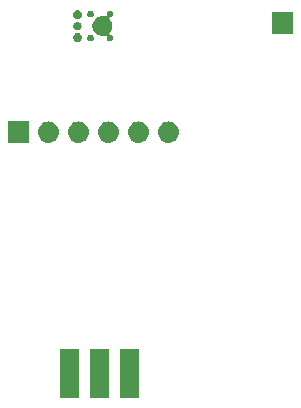
<source format=gbs>
G04 #@! TF.GenerationSoftware,KiCad,Pcbnew,(5.1.4)-1*
G04 #@! TF.CreationDate,2019-11-26T11:13:51+01:00*
G04 #@! TF.ProjectId,SoundModule,536f756e-644d-46f6-9475-6c652e6b6963,rev?*
G04 #@! TF.SameCoordinates,Original*
G04 #@! TF.FileFunction,Soldermask,Bot*
G04 #@! TF.FilePolarity,Negative*
%FSLAX46Y46*%
G04 Gerber Fmt 4.6, Leading zero omitted, Abs format (unit mm)*
G04 Created by KiCad (PCBNEW (5.1.4)-1) date 2019-11-26 11:13:51*
%MOMM*%
%LPD*%
G04 APERTURE LIST*
%ADD10C,0.100000*%
G04 APERTURE END LIST*
D10*
G36*
X125834340Y-103969520D02*
G01*
X124208340Y-103969520D01*
X124208340Y-99867520D01*
X125834340Y-99867520D01*
X125834340Y-103969520D01*
X125834340Y-103969520D01*
G37*
G36*
X120754340Y-103969520D02*
G01*
X119128340Y-103969520D01*
X119128340Y-99867520D01*
X120754340Y-99867520D01*
X120754340Y-103969520D01*
X120754340Y-103969520D01*
G37*
G36*
X123294340Y-103969520D02*
G01*
X121668340Y-103969520D01*
X121668340Y-99867520D01*
X123294340Y-99867520D01*
X123294340Y-103969520D01*
X123294340Y-103969520D01*
G37*
G36*
X123376643Y-80588719D02*
G01*
X123442827Y-80595237D01*
X123612666Y-80646757D01*
X123769191Y-80730422D01*
X123804929Y-80759752D01*
X123906386Y-80843014D01*
X123989648Y-80944471D01*
X124018978Y-80980209D01*
X124102643Y-81136734D01*
X124154163Y-81306573D01*
X124171559Y-81483200D01*
X124154163Y-81659827D01*
X124102643Y-81829666D01*
X124018978Y-81986191D01*
X123989648Y-82021929D01*
X123906386Y-82123386D01*
X123804929Y-82206648D01*
X123769191Y-82235978D01*
X123612666Y-82319643D01*
X123442827Y-82371163D01*
X123376642Y-82377682D01*
X123310460Y-82384200D01*
X123221940Y-82384200D01*
X123155758Y-82377682D01*
X123089573Y-82371163D01*
X122919734Y-82319643D01*
X122763209Y-82235978D01*
X122727471Y-82206648D01*
X122626014Y-82123386D01*
X122542752Y-82021929D01*
X122513422Y-81986191D01*
X122429757Y-81829666D01*
X122378237Y-81659827D01*
X122360841Y-81483200D01*
X122378237Y-81306573D01*
X122429757Y-81136734D01*
X122513422Y-80980209D01*
X122542752Y-80944471D01*
X122626014Y-80843014D01*
X122727471Y-80759752D01*
X122763209Y-80730422D01*
X122919734Y-80646757D01*
X123089573Y-80595237D01*
X123155757Y-80588719D01*
X123221940Y-80582200D01*
X123310460Y-80582200D01*
X123376643Y-80588719D01*
X123376643Y-80588719D01*
G37*
G36*
X128456643Y-80588719D02*
G01*
X128522827Y-80595237D01*
X128692666Y-80646757D01*
X128849191Y-80730422D01*
X128884929Y-80759752D01*
X128986386Y-80843014D01*
X129069648Y-80944471D01*
X129098978Y-80980209D01*
X129182643Y-81136734D01*
X129234163Y-81306573D01*
X129251559Y-81483200D01*
X129234163Y-81659827D01*
X129182643Y-81829666D01*
X129098978Y-81986191D01*
X129069648Y-82021929D01*
X128986386Y-82123386D01*
X128884929Y-82206648D01*
X128849191Y-82235978D01*
X128692666Y-82319643D01*
X128522827Y-82371163D01*
X128456642Y-82377682D01*
X128390460Y-82384200D01*
X128301940Y-82384200D01*
X128235758Y-82377682D01*
X128169573Y-82371163D01*
X127999734Y-82319643D01*
X127843209Y-82235978D01*
X127807471Y-82206648D01*
X127706014Y-82123386D01*
X127622752Y-82021929D01*
X127593422Y-81986191D01*
X127509757Y-81829666D01*
X127458237Y-81659827D01*
X127440841Y-81483200D01*
X127458237Y-81306573D01*
X127509757Y-81136734D01*
X127593422Y-80980209D01*
X127622752Y-80944471D01*
X127706014Y-80843014D01*
X127807471Y-80759752D01*
X127843209Y-80730422D01*
X127999734Y-80646757D01*
X128169573Y-80595237D01*
X128235757Y-80588719D01*
X128301940Y-80582200D01*
X128390460Y-80582200D01*
X128456643Y-80588719D01*
X128456643Y-80588719D01*
G37*
G36*
X125916643Y-80588719D02*
G01*
X125982827Y-80595237D01*
X126152666Y-80646757D01*
X126309191Y-80730422D01*
X126344929Y-80759752D01*
X126446386Y-80843014D01*
X126529648Y-80944471D01*
X126558978Y-80980209D01*
X126642643Y-81136734D01*
X126694163Y-81306573D01*
X126711559Y-81483200D01*
X126694163Y-81659827D01*
X126642643Y-81829666D01*
X126558978Y-81986191D01*
X126529648Y-82021929D01*
X126446386Y-82123386D01*
X126344929Y-82206648D01*
X126309191Y-82235978D01*
X126152666Y-82319643D01*
X125982827Y-82371163D01*
X125916642Y-82377682D01*
X125850460Y-82384200D01*
X125761940Y-82384200D01*
X125695758Y-82377682D01*
X125629573Y-82371163D01*
X125459734Y-82319643D01*
X125303209Y-82235978D01*
X125267471Y-82206648D01*
X125166014Y-82123386D01*
X125082752Y-82021929D01*
X125053422Y-81986191D01*
X124969757Y-81829666D01*
X124918237Y-81659827D01*
X124900841Y-81483200D01*
X124918237Y-81306573D01*
X124969757Y-81136734D01*
X125053422Y-80980209D01*
X125082752Y-80944471D01*
X125166014Y-80843014D01*
X125267471Y-80759752D01*
X125303209Y-80730422D01*
X125459734Y-80646757D01*
X125629573Y-80595237D01*
X125695757Y-80588719D01*
X125761940Y-80582200D01*
X125850460Y-80582200D01*
X125916643Y-80588719D01*
X125916643Y-80588719D01*
G37*
G36*
X120836643Y-80588719D02*
G01*
X120902827Y-80595237D01*
X121072666Y-80646757D01*
X121229191Y-80730422D01*
X121264929Y-80759752D01*
X121366386Y-80843014D01*
X121449648Y-80944471D01*
X121478978Y-80980209D01*
X121562643Y-81136734D01*
X121614163Y-81306573D01*
X121631559Y-81483200D01*
X121614163Y-81659827D01*
X121562643Y-81829666D01*
X121478978Y-81986191D01*
X121449648Y-82021929D01*
X121366386Y-82123386D01*
X121264929Y-82206648D01*
X121229191Y-82235978D01*
X121072666Y-82319643D01*
X120902827Y-82371163D01*
X120836642Y-82377682D01*
X120770460Y-82384200D01*
X120681940Y-82384200D01*
X120615758Y-82377682D01*
X120549573Y-82371163D01*
X120379734Y-82319643D01*
X120223209Y-82235978D01*
X120187471Y-82206648D01*
X120086014Y-82123386D01*
X120002752Y-82021929D01*
X119973422Y-81986191D01*
X119889757Y-81829666D01*
X119838237Y-81659827D01*
X119820841Y-81483200D01*
X119838237Y-81306573D01*
X119889757Y-81136734D01*
X119973422Y-80980209D01*
X120002752Y-80944471D01*
X120086014Y-80843014D01*
X120187471Y-80759752D01*
X120223209Y-80730422D01*
X120379734Y-80646757D01*
X120549573Y-80595237D01*
X120615757Y-80588719D01*
X120681940Y-80582200D01*
X120770460Y-80582200D01*
X120836643Y-80588719D01*
X120836643Y-80588719D01*
G37*
G36*
X118296643Y-80588719D02*
G01*
X118362827Y-80595237D01*
X118532666Y-80646757D01*
X118689191Y-80730422D01*
X118724929Y-80759752D01*
X118826386Y-80843014D01*
X118909648Y-80944471D01*
X118938978Y-80980209D01*
X119022643Y-81136734D01*
X119074163Y-81306573D01*
X119091559Y-81483200D01*
X119074163Y-81659827D01*
X119022643Y-81829666D01*
X118938978Y-81986191D01*
X118909648Y-82021929D01*
X118826386Y-82123386D01*
X118724929Y-82206648D01*
X118689191Y-82235978D01*
X118532666Y-82319643D01*
X118362827Y-82371163D01*
X118296642Y-82377682D01*
X118230460Y-82384200D01*
X118141940Y-82384200D01*
X118075758Y-82377682D01*
X118009573Y-82371163D01*
X117839734Y-82319643D01*
X117683209Y-82235978D01*
X117647471Y-82206648D01*
X117546014Y-82123386D01*
X117462752Y-82021929D01*
X117433422Y-81986191D01*
X117349757Y-81829666D01*
X117298237Y-81659827D01*
X117280841Y-81483200D01*
X117298237Y-81306573D01*
X117349757Y-81136734D01*
X117433422Y-80980209D01*
X117462752Y-80944471D01*
X117546014Y-80843014D01*
X117647471Y-80759752D01*
X117683209Y-80730422D01*
X117839734Y-80646757D01*
X118009573Y-80595237D01*
X118075757Y-80588719D01*
X118141940Y-80582200D01*
X118230460Y-80582200D01*
X118296643Y-80588719D01*
X118296643Y-80588719D01*
G37*
G36*
X116547200Y-82384200D02*
G01*
X114745200Y-82384200D01*
X114745200Y-80582200D01*
X116547200Y-80582200D01*
X116547200Y-82384200D01*
X116547200Y-82384200D01*
G37*
G36*
X120656947Y-73071368D02*
G01*
X120678558Y-73082919D01*
X120702006Y-73090032D01*
X120757792Y-73101129D01*
X120757794Y-73101130D01*
X120757795Y-73101130D01*
X120826223Y-73129473D01*
X120887806Y-73170622D01*
X120940178Y-73222994D01*
X120981327Y-73284577D01*
X121009670Y-73353005D01*
X121009671Y-73353008D01*
X121024120Y-73425646D01*
X121024120Y-73499714D01*
X121016036Y-73540356D01*
X121009670Y-73572355D01*
X120981327Y-73640783D01*
X120940178Y-73702366D01*
X120887806Y-73754738D01*
X120826223Y-73795887D01*
X120757795Y-73824230D01*
X120757794Y-73824230D01*
X120757792Y-73824231D01*
X120685154Y-73838680D01*
X120611086Y-73838680D01*
X120538448Y-73824231D01*
X120538446Y-73824230D01*
X120538445Y-73824230D01*
X120470017Y-73795887D01*
X120408434Y-73754738D01*
X120356062Y-73702366D01*
X120314913Y-73640783D01*
X120286570Y-73572355D01*
X120280205Y-73540356D01*
X120272120Y-73499714D01*
X120272120Y-73425646D01*
X120286569Y-73353008D01*
X120286570Y-73353005D01*
X120314913Y-73284577D01*
X120356062Y-73222994D01*
X120408434Y-73170622D01*
X120470017Y-73129473D01*
X120538445Y-73101130D01*
X120538446Y-73101130D01*
X120538448Y-73101129D01*
X120594234Y-73090032D01*
X120617683Y-73082919D01*
X120639294Y-73071368D01*
X120648120Y-73064124D01*
X120656947Y-73071368D01*
X120656947Y-73071368D01*
G37*
G36*
X123470085Y-71212478D02*
G01*
X123521224Y-71233661D01*
X123567247Y-71264413D01*
X123606387Y-71303553D01*
X123637139Y-71349576D01*
X123658322Y-71400715D01*
X123669120Y-71455004D01*
X123669120Y-71510356D01*
X123658322Y-71564645D01*
X123637139Y-71615784D01*
X123606387Y-71661807D01*
X123567247Y-71700947D01*
X123521224Y-71731699D01*
X123470085Y-71752882D01*
X123456257Y-71755632D01*
X123432819Y-71762742D01*
X123411208Y-71774293D01*
X123392266Y-71789838D01*
X123376721Y-71808779D01*
X123365169Y-71830390D01*
X123358056Y-71853839D01*
X123355654Y-71878225D01*
X123358056Y-71902611D01*
X123365169Y-71926060D01*
X123376720Y-71947671D01*
X123392260Y-71966608D01*
X123393600Y-71967948D01*
X123484543Y-72104054D01*
X123484544Y-72104056D01*
X123547186Y-72255286D01*
X123579120Y-72415832D01*
X123579120Y-72579528D01*
X123547186Y-72740074D01*
X123493060Y-72870745D01*
X123484543Y-72891306D01*
X123393600Y-73027412D01*
X123392260Y-73028752D01*
X123376720Y-73047688D01*
X123365169Y-73069299D01*
X123358056Y-73092748D01*
X123355654Y-73117134D01*
X123358056Y-73141520D01*
X123365169Y-73164969D01*
X123376720Y-73186580D01*
X123392265Y-73205522D01*
X123411207Y-73221067D01*
X123432818Y-73232618D01*
X123456257Y-73239728D01*
X123470085Y-73242478D01*
X123521224Y-73263661D01*
X123567247Y-73294413D01*
X123606387Y-73333553D01*
X123637139Y-73379576D01*
X123658322Y-73430715D01*
X123669120Y-73485004D01*
X123669120Y-73540356D01*
X123658322Y-73594645D01*
X123637139Y-73645784D01*
X123606387Y-73691807D01*
X123567247Y-73730947D01*
X123521224Y-73761699D01*
X123470085Y-73782882D01*
X123415796Y-73793680D01*
X123360444Y-73793680D01*
X123306155Y-73782882D01*
X123255016Y-73761699D01*
X123208993Y-73730947D01*
X123169853Y-73691807D01*
X123139101Y-73645784D01*
X123117918Y-73594645D01*
X123107120Y-73540356D01*
X123107120Y-73485004D01*
X123114418Y-73448313D01*
X123116819Y-73423935D01*
X123114417Y-73399548D01*
X123107304Y-73376099D01*
X123095753Y-73354489D01*
X123080208Y-73335547D01*
X123061266Y-73320001D01*
X123039656Y-73308450D01*
X123016207Y-73301337D01*
X122991821Y-73298935D01*
X122967434Y-73301337D01*
X122829968Y-73328680D01*
X122666272Y-73328680D01*
X122505726Y-73296746D01*
X122354496Y-73234104D01*
X122354495Y-73234104D01*
X122354494Y-73234103D01*
X122218388Y-73143160D01*
X122102640Y-73027412D01*
X122011697Y-72891306D01*
X122003180Y-72870745D01*
X121949054Y-72740074D01*
X121917120Y-72579528D01*
X121917120Y-72415832D01*
X121949054Y-72255286D01*
X122011696Y-72104056D01*
X122011697Y-72104054D01*
X122102640Y-71967948D01*
X122218388Y-71852200D01*
X122354494Y-71761257D01*
X122368081Y-71755629D01*
X122505726Y-71698614D01*
X122666272Y-71666680D01*
X122829968Y-71666680D01*
X122967434Y-71694023D01*
X122991821Y-71696425D01*
X123016207Y-71694023D01*
X123039656Y-71686910D01*
X123061266Y-71675359D01*
X123080208Y-71659813D01*
X123095753Y-71640871D01*
X123107304Y-71619260D01*
X123114417Y-71595812D01*
X123116819Y-71571425D01*
X123114418Y-71547047D01*
X123107120Y-71510356D01*
X123107120Y-71455004D01*
X123117918Y-71400715D01*
X123139101Y-71349576D01*
X123169853Y-71303553D01*
X123208993Y-71264413D01*
X123255016Y-71233661D01*
X123306155Y-71212478D01*
X123360444Y-71201680D01*
X123415796Y-71201680D01*
X123470085Y-71212478D01*
X123470085Y-71212478D01*
G37*
G36*
X121830085Y-73242478D02*
G01*
X121881224Y-73263661D01*
X121927247Y-73294413D01*
X121966387Y-73333553D01*
X121997139Y-73379576D01*
X122018322Y-73430715D01*
X122029120Y-73485004D01*
X122029120Y-73540356D01*
X122018322Y-73594645D01*
X121997139Y-73645784D01*
X121966387Y-73691807D01*
X121927247Y-73730947D01*
X121881224Y-73761699D01*
X121830085Y-73782882D01*
X121775796Y-73793680D01*
X121720444Y-73793680D01*
X121666155Y-73782882D01*
X121615016Y-73761699D01*
X121568993Y-73730947D01*
X121529853Y-73691807D01*
X121499101Y-73645784D01*
X121477918Y-73594645D01*
X121467120Y-73540356D01*
X121467120Y-73485004D01*
X121477918Y-73430715D01*
X121499101Y-73379576D01*
X121529853Y-73333553D01*
X121568993Y-73294413D01*
X121615016Y-73263661D01*
X121666155Y-73242478D01*
X121720444Y-73231680D01*
X121775796Y-73231680D01*
X121830085Y-73242478D01*
X121830085Y-73242478D01*
G37*
G36*
X138894120Y-73143680D02*
G01*
X137092120Y-73143680D01*
X137092120Y-71341680D01*
X138894120Y-71341680D01*
X138894120Y-73143680D01*
X138894120Y-73143680D01*
G37*
G36*
X120656946Y-72131858D02*
G01*
X120678557Y-72143409D01*
X120702005Y-72150522D01*
X120750503Y-72160169D01*
X120750506Y-72160170D01*
X120750505Y-72160170D01*
X120814378Y-72186626D01*
X120871868Y-72225040D01*
X120920760Y-72273932D01*
X120959174Y-72331422D01*
X120980744Y-72383498D01*
X120985631Y-72395297D01*
X120999120Y-72463110D01*
X120999120Y-72532250D01*
X120985631Y-72600063D01*
X120985630Y-72600065D01*
X120959174Y-72663938D01*
X120920760Y-72721428D01*
X120871868Y-72770320D01*
X120814378Y-72808734D01*
X120762302Y-72830304D01*
X120750503Y-72835191D01*
X120704791Y-72844284D01*
X120702005Y-72844838D01*
X120678556Y-72851951D01*
X120656945Y-72863503D01*
X120648120Y-72870745D01*
X120639294Y-72863502D01*
X120617683Y-72851951D01*
X120594235Y-72844838D01*
X120591449Y-72844284D01*
X120545737Y-72835191D01*
X120533938Y-72830304D01*
X120481862Y-72808734D01*
X120424372Y-72770320D01*
X120375480Y-72721428D01*
X120337066Y-72663938D01*
X120310610Y-72600065D01*
X120310609Y-72600063D01*
X120297120Y-72532250D01*
X120297120Y-72463110D01*
X120310609Y-72395297D01*
X120315496Y-72383498D01*
X120337066Y-72331422D01*
X120375480Y-72273932D01*
X120424372Y-72225040D01*
X120481862Y-72186626D01*
X120545735Y-72160170D01*
X120545734Y-72160170D01*
X120545737Y-72160169D01*
X120594235Y-72150522D01*
X120617684Y-72143409D01*
X120639295Y-72131857D01*
X120648120Y-72124615D01*
X120656946Y-72131858D01*
X120656946Y-72131858D01*
G37*
G36*
X120757792Y-71171129D02*
G01*
X120757794Y-71171130D01*
X120757795Y-71171130D01*
X120826223Y-71199473D01*
X120887806Y-71240622D01*
X120940178Y-71292994D01*
X120981327Y-71354577D01*
X121009670Y-71423005D01*
X121009671Y-71423008D01*
X121024120Y-71495646D01*
X121024120Y-71569714D01*
X121009966Y-71640871D01*
X121009670Y-71642355D01*
X120981327Y-71710783D01*
X120940178Y-71772366D01*
X120887806Y-71824738D01*
X120826223Y-71865887D01*
X120757795Y-71894230D01*
X120757794Y-71894230D01*
X120757792Y-71894231D01*
X120702006Y-71905328D01*
X120678557Y-71912441D01*
X120656946Y-71923992D01*
X120648120Y-71931236D01*
X120639293Y-71923992D01*
X120617682Y-71912441D01*
X120594234Y-71905328D01*
X120538448Y-71894231D01*
X120538446Y-71894230D01*
X120538445Y-71894230D01*
X120470017Y-71865887D01*
X120408434Y-71824738D01*
X120356062Y-71772366D01*
X120314913Y-71710783D01*
X120286570Y-71642355D01*
X120286275Y-71640871D01*
X120272120Y-71569714D01*
X120272120Y-71495646D01*
X120286569Y-71423008D01*
X120286570Y-71423005D01*
X120314913Y-71354577D01*
X120356062Y-71292994D01*
X120408434Y-71240622D01*
X120470017Y-71199473D01*
X120538445Y-71171130D01*
X120538446Y-71171130D01*
X120538448Y-71171129D01*
X120611086Y-71156680D01*
X120685154Y-71156680D01*
X120757792Y-71171129D01*
X120757792Y-71171129D01*
G37*
G36*
X121830085Y-71212478D02*
G01*
X121881224Y-71233661D01*
X121927247Y-71264413D01*
X121966387Y-71303553D01*
X121997139Y-71349576D01*
X122018322Y-71400715D01*
X122029120Y-71455004D01*
X122029120Y-71510356D01*
X122018322Y-71564645D01*
X121997139Y-71615784D01*
X121966387Y-71661807D01*
X121927247Y-71700947D01*
X121881224Y-71731699D01*
X121830085Y-71752882D01*
X121775796Y-71763680D01*
X121720444Y-71763680D01*
X121666155Y-71752882D01*
X121615016Y-71731699D01*
X121568993Y-71700947D01*
X121529853Y-71661807D01*
X121499101Y-71615784D01*
X121477918Y-71564645D01*
X121467120Y-71510356D01*
X121467120Y-71455004D01*
X121477918Y-71400715D01*
X121499101Y-71349576D01*
X121529853Y-71303553D01*
X121568993Y-71264413D01*
X121615016Y-71233661D01*
X121666155Y-71212478D01*
X121720444Y-71201680D01*
X121775796Y-71201680D01*
X121830085Y-71212478D01*
X121830085Y-71212478D01*
G37*
M02*

</source>
